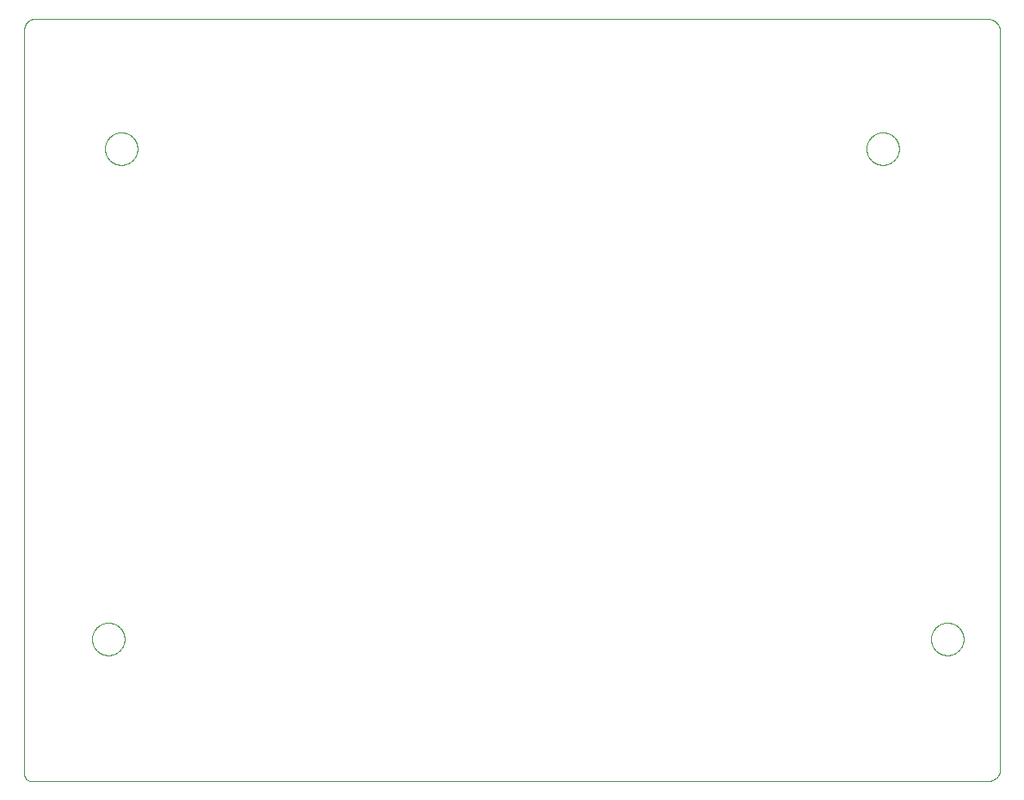
<source format=gko>
G04 EAGLE Gerber X2 export*
%TF.Part,Single*%
%TF.FileFunction,Other,outline*%
%TF.FilePolarity,Positive*%
%TF.GenerationSoftware,Autodesk,EAGLE,8.7.1*%
%TF.CreationDate,2018-03-29T20:03:01Z*%
G75*
%MOMM*%
%FSLAX34Y34*%
%LPD*%
%AMOC8*
5,1,8,0,0,1.08239X$1,22.5*%
G01*
%ADD10C,0.000000*%


D10*
X0Y739968D02*
X0Y6350D01*
X2Y6192D01*
X8Y6033D01*
X18Y5875D01*
X32Y5718D01*
X49Y5560D01*
X71Y5404D01*
X96Y5247D01*
X126Y5092D01*
X159Y4937D01*
X196Y4783D01*
X237Y4630D01*
X282Y4478D01*
X331Y4328D01*
X383Y4178D01*
X439Y4030D01*
X499Y3883D01*
X562Y3738D01*
X629Y3595D01*
X699Y3453D01*
X773Y3313D01*
X851Y3175D01*
X932Y3039D01*
X1016Y2905D01*
X1103Y2773D01*
X1194Y2643D01*
X1288Y2516D01*
X1385Y2391D01*
X1486Y2268D01*
X1589Y2148D01*
X1695Y2031D01*
X1804Y1916D01*
X1916Y1804D01*
X2031Y1695D01*
X2148Y1589D01*
X2268Y1486D01*
X2391Y1385D01*
X2516Y1288D01*
X2643Y1194D01*
X2773Y1103D01*
X2905Y1016D01*
X3039Y932D01*
X3175Y851D01*
X3313Y773D01*
X3453Y699D01*
X3595Y629D01*
X3738Y562D01*
X3883Y499D01*
X4030Y439D01*
X4178Y383D01*
X4328Y331D01*
X4478Y282D01*
X4630Y237D01*
X4783Y196D01*
X4937Y159D01*
X5092Y126D01*
X5247Y96D01*
X5404Y71D01*
X5560Y49D01*
X5718Y32D01*
X5875Y18D01*
X6033Y8D01*
X6192Y2D01*
X6350Y0D01*
X948678Y0D01*
X948952Y3D01*
X949225Y13D01*
X949498Y30D01*
X949771Y53D01*
X950043Y83D01*
X950314Y119D01*
X950584Y162D01*
X950853Y211D01*
X951121Y267D01*
X951388Y329D01*
X951652Y398D01*
X951915Y473D01*
X952177Y554D01*
X952436Y642D01*
X952693Y736D01*
X952947Y836D01*
X953200Y942D01*
X953449Y1054D01*
X953696Y1173D01*
X953940Y1297D01*
X954180Y1427D01*
X954418Y1563D01*
X954652Y1704D01*
X954883Y1851D01*
X955110Y2004D01*
X955333Y2162D01*
X955552Y2326D01*
X955768Y2495D01*
X955979Y2668D01*
X956186Y2847D01*
X956388Y3031D01*
X956587Y3220D01*
X956780Y3413D01*
X956969Y3612D01*
X957153Y3814D01*
X957332Y4021D01*
X957505Y4232D01*
X957674Y4448D01*
X957838Y4667D01*
X957996Y4890D01*
X958149Y5117D01*
X958296Y5348D01*
X958437Y5582D01*
X958573Y5820D01*
X958703Y6060D01*
X958827Y6304D01*
X958946Y6551D01*
X959058Y6800D01*
X959164Y7053D01*
X959264Y7307D01*
X959358Y7564D01*
X959446Y7823D01*
X959527Y8085D01*
X959602Y8348D01*
X959671Y8612D01*
X959733Y8879D01*
X959789Y9147D01*
X959838Y9416D01*
X959881Y9686D01*
X959917Y9957D01*
X959947Y10229D01*
X959970Y10502D01*
X959987Y10775D01*
X959997Y11048D01*
X960000Y11322D01*
X960000Y737773D01*
X959996Y738068D01*
X959986Y738364D01*
X959968Y738659D01*
X959943Y738953D01*
X959911Y739247D01*
X959872Y739540D01*
X959825Y739832D01*
X959772Y740122D01*
X959712Y740411D01*
X959645Y740699D01*
X959571Y740985D01*
X959489Y741269D01*
X959402Y741551D01*
X959307Y741831D01*
X959205Y742109D01*
X959097Y742384D01*
X958983Y742656D01*
X958861Y742925D01*
X958734Y743192D01*
X958599Y743455D01*
X958459Y743715D01*
X958312Y743972D01*
X958159Y744224D01*
X958001Y744474D01*
X957836Y744719D01*
X957665Y744960D01*
X957488Y745197D01*
X957306Y745429D01*
X957118Y745657D01*
X956925Y745881D01*
X956726Y746100D01*
X956523Y746314D01*
X956314Y746523D01*
X956100Y746726D01*
X955881Y746925D01*
X955657Y747118D01*
X955429Y747306D01*
X955197Y747488D01*
X954960Y747665D01*
X954719Y747836D01*
X954474Y748001D01*
X954224Y748159D01*
X953972Y748312D01*
X953715Y748459D01*
X953455Y748599D01*
X953192Y748734D01*
X952925Y748861D01*
X952656Y748983D01*
X952384Y749097D01*
X952109Y749205D01*
X951831Y749307D01*
X951551Y749402D01*
X951269Y749489D01*
X950985Y749571D01*
X950699Y749645D01*
X950411Y749712D01*
X950122Y749772D01*
X949832Y749825D01*
X949540Y749872D01*
X949247Y749911D01*
X948953Y749943D01*
X948659Y749968D01*
X948364Y749986D01*
X948068Y749996D01*
X947773Y750000D01*
X10032Y750000D01*
X9790Y749997D01*
X9547Y749988D01*
X9305Y749974D01*
X9064Y749953D01*
X8823Y749927D01*
X8582Y749895D01*
X8343Y749857D01*
X8105Y749813D01*
X7867Y749764D01*
X7631Y749708D01*
X7397Y749648D01*
X7163Y749581D01*
X6932Y749509D01*
X6702Y749431D01*
X6475Y749348D01*
X6249Y749259D01*
X6026Y749165D01*
X5805Y749066D01*
X5586Y748961D01*
X5370Y748851D01*
X5157Y748736D01*
X4946Y748615D01*
X4739Y748490D01*
X4534Y748359D01*
X4333Y748224D01*
X4135Y748084D01*
X3941Y747939D01*
X3750Y747790D01*
X3563Y747636D01*
X3380Y747477D01*
X3200Y747314D01*
X3025Y747147D01*
X2853Y746975D01*
X2686Y746800D01*
X2523Y746620D01*
X2364Y746437D01*
X2210Y746250D01*
X2061Y746059D01*
X1916Y745865D01*
X1776Y745667D01*
X1641Y745466D01*
X1510Y745261D01*
X1385Y745054D01*
X1264Y744843D01*
X1149Y744630D01*
X1039Y744414D01*
X934Y744195D01*
X835Y743974D01*
X741Y743751D01*
X652Y743525D01*
X569Y743298D01*
X491Y743068D01*
X419Y742837D01*
X352Y742603D01*
X292Y742369D01*
X236Y742133D01*
X187Y741895D01*
X143Y741657D01*
X105Y741418D01*
X73Y741177D01*
X47Y740936D01*
X26Y740695D01*
X12Y740453D01*
X3Y740210D01*
X0Y739968D01*
X79250Y622300D02*
X79255Y622693D01*
X79269Y623085D01*
X79293Y623477D01*
X79327Y623868D01*
X79370Y624259D01*
X79423Y624648D01*
X79486Y625035D01*
X79557Y625421D01*
X79639Y625806D01*
X79729Y626188D01*
X79830Y626567D01*
X79939Y626945D01*
X80058Y627319D01*
X80185Y627690D01*
X80322Y628058D01*
X80468Y628423D01*
X80623Y628784D01*
X80786Y629141D01*
X80958Y629494D01*
X81139Y629842D01*
X81329Y630186D01*
X81526Y630526D01*
X81732Y630860D01*
X81946Y631189D01*
X82169Y631513D01*
X82399Y631831D01*
X82636Y632144D01*
X82882Y632450D01*
X83135Y632751D01*
X83395Y633045D01*
X83662Y633333D01*
X83936Y633614D01*
X84217Y633888D01*
X84505Y634155D01*
X84799Y634415D01*
X85100Y634668D01*
X85406Y634914D01*
X85719Y635151D01*
X86037Y635381D01*
X86361Y635604D01*
X86690Y635818D01*
X87024Y636024D01*
X87364Y636221D01*
X87708Y636411D01*
X88056Y636592D01*
X88409Y636764D01*
X88766Y636927D01*
X89127Y637082D01*
X89492Y637228D01*
X89860Y637365D01*
X90231Y637492D01*
X90605Y637611D01*
X90983Y637720D01*
X91362Y637821D01*
X91744Y637911D01*
X92129Y637993D01*
X92515Y638064D01*
X92902Y638127D01*
X93291Y638180D01*
X93682Y638223D01*
X94073Y638257D01*
X94465Y638281D01*
X94857Y638295D01*
X95250Y638300D01*
X95643Y638295D01*
X96035Y638281D01*
X96427Y638257D01*
X96818Y638223D01*
X97209Y638180D01*
X97598Y638127D01*
X97985Y638064D01*
X98371Y637993D01*
X98756Y637911D01*
X99138Y637821D01*
X99517Y637720D01*
X99895Y637611D01*
X100269Y637492D01*
X100640Y637365D01*
X101008Y637228D01*
X101373Y637082D01*
X101734Y636927D01*
X102091Y636764D01*
X102444Y636592D01*
X102792Y636411D01*
X103136Y636221D01*
X103476Y636024D01*
X103810Y635818D01*
X104139Y635604D01*
X104463Y635381D01*
X104781Y635151D01*
X105094Y634914D01*
X105400Y634668D01*
X105701Y634415D01*
X105995Y634155D01*
X106283Y633888D01*
X106564Y633614D01*
X106838Y633333D01*
X107105Y633045D01*
X107365Y632751D01*
X107618Y632450D01*
X107864Y632144D01*
X108101Y631831D01*
X108331Y631513D01*
X108554Y631189D01*
X108768Y630860D01*
X108974Y630526D01*
X109171Y630186D01*
X109361Y629842D01*
X109542Y629494D01*
X109714Y629141D01*
X109877Y628784D01*
X110032Y628423D01*
X110178Y628058D01*
X110315Y627690D01*
X110442Y627319D01*
X110561Y626945D01*
X110670Y626567D01*
X110771Y626188D01*
X110861Y625806D01*
X110943Y625421D01*
X111014Y625035D01*
X111077Y624648D01*
X111130Y624259D01*
X111173Y623868D01*
X111207Y623477D01*
X111231Y623085D01*
X111245Y622693D01*
X111250Y622300D01*
X111245Y621907D01*
X111231Y621515D01*
X111207Y621123D01*
X111173Y620732D01*
X111130Y620341D01*
X111077Y619952D01*
X111014Y619565D01*
X110943Y619179D01*
X110861Y618794D01*
X110771Y618412D01*
X110670Y618033D01*
X110561Y617655D01*
X110442Y617281D01*
X110315Y616910D01*
X110178Y616542D01*
X110032Y616177D01*
X109877Y615816D01*
X109714Y615459D01*
X109542Y615106D01*
X109361Y614758D01*
X109171Y614414D01*
X108974Y614074D01*
X108768Y613740D01*
X108554Y613411D01*
X108331Y613087D01*
X108101Y612769D01*
X107864Y612456D01*
X107618Y612150D01*
X107365Y611849D01*
X107105Y611555D01*
X106838Y611267D01*
X106564Y610986D01*
X106283Y610712D01*
X105995Y610445D01*
X105701Y610185D01*
X105400Y609932D01*
X105094Y609686D01*
X104781Y609449D01*
X104463Y609219D01*
X104139Y608996D01*
X103810Y608782D01*
X103476Y608576D01*
X103136Y608379D01*
X102792Y608189D01*
X102444Y608008D01*
X102091Y607836D01*
X101734Y607673D01*
X101373Y607518D01*
X101008Y607372D01*
X100640Y607235D01*
X100269Y607108D01*
X99895Y606989D01*
X99517Y606880D01*
X99138Y606779D01*
X98756Y606689D01*
X98371Y606607D01*
X97985Y606536D01*
X97598Y606473D01*
X97209Y606420D01*
X96818Y606377D01*
X96427Y606343D01*
X96035Y606319D01*
X95643Y606305D01*
X95250Y606300D01*
X94857Y606305D01*
X94465Y606319D01*
X94073Y606343D01*
X93682Y606377D01*
X93291Y606420D01*
X92902Y606473D01*
X92515Y606536D01*
X92129Y606607D01*
X91744Y606689D01*
X91362Y606779D01*
X90983Y606880D01*
X90605Y606989D01*
X90231Y607108D01*
X89860Y607235D01*
X89492Y607372D01*
X89127Y607518D01*
X88766Y607673D01*
X88409Y607836D01*
X88056Y608008D01*
X87708Y608189D01*
X87364Y608379D01*
X87024Y608576D01*
X86690Y608782D01*
X86361Y608996D01*
X86037Y609219D01*
X85719Y609449D01*
X85406Y609686D01*
X85100Y609932D01*
X84799Y610185D01*
X84505Y610445D01*
X84217Y610712D01*
X83936Y610986D01*
X83662Y611267D01*
X83395Y611555D01*
X83135Y611849D01*
X82882Y612150D01*
X82636Y612456D01*
X82399Y612769D01*
X82169Y613087D01*
X81946Y613411D01*
X81732Y613740D01*
X81526Y614074D01*
X81329Y614414D01*
X81139Y614758D01*
X80958Y615106D01*
X80786Y615459D01*
X80623Y615816D01*
X80468Y616177D01*
X80322Y616542D01*
X80185Y616910D01*
X80058Y617281D01*
X79939Y617655D01*
X79830Y618033D01*
X79729Y618412D01*
X79639Y618794D01*
X79557Y619179D01*
X79486Y619565D01*
X79423Y619952D01*
X79370Y620341D01*
X79327Y620732D01*
X79293Y621123D01*
X79269Y621515D01*
X79255Y621907D01*
X79250Y622300D01*
X66550Y139700D02*
X66555Y140093D01*
X66569Y140485D01*
X66593Y140877D01*
X66627Y141268D01*
X66670Y141659D01*
X66723Y142048D01*
X66786Y142435D01*
X66857Y142821D01*
X66939Y143206D01*
X67029Y143588D01*
X67130Y143967D01*
X67239Y144345D01*
X67358Y144719D01*
X67485Y145090D01*
X67622Y145458D01*
X67768Y145823D01*
X67923Y146184D01*
X68086Y146541D01*
X68258Y146894D01*
X68439Y147242D01*
X68629Y147586D01*
X68826Y147926D01*
X69032Y148260D01*
X69246Y148589D01*
X69469Y148913D01*
X69699Y149231D01*
X69936Y149544D01*
X70182Y149850D01*
X70435Y150151D01*
X70695Y150445D01*
X70962Y150733D01*
X71236Y151014D01*
X71517Y151288D01*
X71805Y151555D01*
X72099Y151815D01*
X72400Y152068D01*
X72706Y152314D01*
X73019Y152551D01*
X73337Y152781D01*
X73661Y153004D01*
X73990Y153218D01*
X74324Y153424D01*
X74664Y153621D01*
X75008Y153811D01*
X75356Y153992D01*
X75709Y154164D01*
X76066Y154327D01*
X76427Y154482D01*
X76792Y154628D01*
X77160Y154765D01*
X77531Y154892D01*
X77905Y155011D01*
X78283Y155120D01*
X78662Y155221D01*
X79044Y155311D01*
X79429Y155393D01*
X79815Y155464D01*
X80202Y155527D01*
X80591Y155580D01*
X80982Y155623D01*
X81373Y155657D01*
X81765Y155681D01*
X82157Y155695D01*
X82550Y155700D01*
X82943Y155695D01*
X83335Y155681D01*
X83727Y155657D01*
X84118Y155623D01*
X84509Y155580D01*
X84898Y155527D01*
X85285Y155464D01*
X85671Y155393D01*
X86056Y155311D01*
X86438Y155221D01*
X86817Y155120D01*
X87195Y155011D01*
X87569Y154892D01*
X87940Y154765D01*
X88308Y154628D01*
X88673Y154482D01*
X89034Y154327D01*
X89391Y154164D01*
X89744Y153992D01*
X90092Y153811D01*
X90436Y153621D01*
X90776Y153424D01*
X91110Y153218D01*
X91439Y153004D01*
X91763Y152781D01*
X92081Y152551D01*
X92394Y152314D01*
X92700Y152068D01*
X93001Y151815D01*
X93295Y151555D01*
X93583Y151288D01*
X93864Y151014D01*
X94138Y150733D01*
X94405Y150445D01*
X94665Y150151D01*
X94918Y149850D01*
X95164Y149544D01*
X95401Y149231D01*
X95631Y148913D01*
X95854Y148589D01*
X96068Y148260D01*
X96274Y147926D01*
X96471Y147586D01*
X96661Y147242D01*
X96842Y146894D01*
X97014Y146541D01*
X97177Y146184D01*
X97332Y145823D01*
X97478Y145458D01*
X97615Y145090D01*
X97742Y144719D01*
X97861Y144345D01*
X97970Y143967D01*
X98071Y143588D01*
X98161Y143206D01*
X98243Y142821D01*
X98314Y142435D01*
X98377Y142048D01*
X98430Y141659D01*
X98473Y141268D01*
X98507Y140877D01*
X98531Y140485D01*
X98545Y140093D01*
X98550Y139700D01*
X98545Y139307D01*
X98531Y138915D01*
X98507Y138523D01*
X98473Y138132D01*
X98430Y137741D01*
X98377Y137352D01*
X98314Y136965D01*
X98243Y136579D01*
X98161Y136194D01*
X98071Y135812D01*
X97970Y135433D01*
X97861Y135055D01*
X97742Y134681D01*
X97615Y134310D01*
X97478Y133942D01*
X97332Y133577D01*
X97177Y133216D01*
X97014Y132859D01*
X96842Y132506D01*
X96661Y132158D01*
X96471Y131814D01*
X96274Y131474D01*
X96068Y131140D01*
X95854Y130811D01*
X95631Y130487D01*
X95401Y130169D01*
X95164Y129856D01*
X94918Y129550D01*
X94665Y129249D01*
X94405Y128955D01*
X94138Y128667D01*
X93864Y128386D01*
X93583Y128112D01*
X93295Y127845D01*
X93001Y127585D01*
X92700Y127332D01*
X92394Y127086D01*
X92081Y126849D01*
X91763Y126619D01*
X91439Y126396D01*
X91110Y126182D01*
X90776Y125976D01*
X90436Y125779D01*
X90092Y125589D01*
X89744Y125408D01*
X89391Y125236D01*
X89034Y125073D01*
X88673Y124918D01*
X88308Y124772D01*
X87940Y124635D01*
X87569Y124508D01*
X87195Y124389D01*
X86817Y124280D01*
X86438Y124179D01*
X86056Y124089D01*
X85671Y124007D01*
X85285Y123936D01*
X84898Y123873D01*
X84509Y123820D01*
X84118Y123777D01*
X83727Y123743D01*
X83335Y123719D01*
X82943Y123705D01*
X82550Y123700D01*
X82157Y123705D01*
X81765Y123719D01*
X81373Y123743D01*
X80982Y123777D01*
X80591Y123820D01*
X80202Y123873D01*
X79815Y123936D01*
X79429Y124007D01*
X79044Y124089D01*
X78662Y124179D01*
X78283Y124280D01*
X77905Y124389D01*
X77531Y124508D01*
X77160Y124635D01*
X76792Y124772D01*
X76427Y124918D01*
X76066Y125073D01*
X75709Y125236D01*
X75356Y125408D01*
X75008Y125589D01*
X74664Y125779D01*
X74324Y125976D01*
X73990Y126182D01*
X73661Y126396D01*
X73337Y126619D01*
X73019Y126849D01*
X72706Y127086D01*
X72400Y127332D01*
X72099Y127585D01*
X71805Y127845D01*
X71517Y128112D01*
X71236Y128386D01*
X70962Y128667D01*
X70695Y128955D01*
X70435Y129249D01*
X70182Y129550D01*
X69936Y129856D01*
X69699Y130169D01*
X69469Y130487D01*
X69246Y130811D01*
X69032Y131140D01*
X68826Y131474D01*
X68629Y131814D01*
X68439Y132158D01*
X68258Y132506D01*
X68086Y132859D01*
X67923Y133216D01*
X67768Y133577D01*
X67622Y133942D01*
X67485Y134310D01*
X67358Y134681D01*
X67239Y135055D01*
X67130Y135433D01*
X67029Y135812D01*
X66939Y136194D01*
X66857Y136579D01*
X66786Y136965D01*
X66723Y137352D01*
X66670Y137741D01*
X66627Y138132D01*
X66593Y138523D01*
X66569Y138915D01*
X66555Y139307D01*
X66550Y139700D01*
X828550Y622300D02*
X828555Y622693D01*
X828569Y623085D01*
X828593Y623477D01*
X828627Y623868D01*
X828670Y624259D01*
X828723Y624648D01*
X828786Y625035D01*
X828857Y625421D01*
X828939Y625806D01*
X829029Y626188D01*
X829130Y626567D01*
X829239Y626945D01*
X829358Y627319D01*
X829485Y627690D01*
X829622Y628058D01*
X829768Y628423D01*
X829923Y628784D01*
X830086Y629141D01*
X830258Y629494D01*
X830439Y629842D01*
X830629Y630186D01*
X830826Y630526D01*
X831032Y630860D01*
X831246Y631189D01*
X831469Y631513D01*
X831699Y631831D01*
X831936Y632144D01*
X832182Y632450D01*
X832435Y632751D01*
X832695Y633045D01*
X832962Y633333D01*
X833236Y633614D01*
X833517Y633888D01*
X833805Y634155D01*
X834099Y634415D01*
X834400Y634668D01*
X834706Y634914D01*
X835019Y635151D01*
X835337Y635381D01*
X835661Y635604D01*
X835990Y635818D01*
X836324Y636024D01*
X836664Y636221D01*
X837008Y636411D01*
X837356Y636592D01*
X837709Y636764D01*
X838066Y636927D01*
X838427Y637082D01*
X838792Y637228D01*
X839160Y637365D01*
X839531Y637492D01*
X839905Y637611D01*
X840283Y637720D01*
X840662Y637821D01*
X841044Y637911D01*
X841429Y637993D01*
X841815Y638064D01*
X842202Y638127D01*
X842591Y638180D01*
X842982Y638223D01*
X843373Y638257D01*
X843765Y638281D01*
X844157Y638295D01*
X844550Y638300D01*
X844943Y638295D01*
X845335Y638281D01*
X845727Y638257D01*
X846118Y638223D01*
X846509Y638180D01*
X846898Y638127D01*
X847285Y638064D01*
X847671Y637993D01*
X848056Y637911D01*
X848438Y637821D01*
X848817Y637720D01*
X849195Y637611D01*
X849569Y637492D01*
X849940Y637365D01*
X850308Y637228D01*
X850673Y637082D01*
X851034Y636927D01*
X851391Y636764D01*
X851744Y636592D01*
X852092Y636411D01*
X852436Y636221D01*
X852776Y636024D01*
X853110Y635818D01*
X853439Y635604D01*
X853763Y635381D01*
X854081Y635151D01*
X854394Y634914D01*
X854700Y634668D01*
X855001Y634415D01*
X855295Y634155D01*
X855583Y633888D01*
X855864Y633614D01*
X856138Y633333D01*
X856405Y633045D01*
X856665Y632751D01*
X856918Y632450D01*
X857164Y632144D01*
X857401Y631831D01*
X857631Y631513D01*
X857854Y631189D01*
X858068Y630860D01*
X858274Y630526D01*
X858471Y630186D01*
X858661Y629842D01*
X858842Y629494D01*
X859014Y629141D01*
X859177Y628784D01*
X859332Y628423D01*
X859478Y628058D01*
X859615Y627690D01*
X859742Y627319D01*
X859861Y626945D01*
X859970Y626567D01*
X860071Y626188D01*
X860161Y625806D01*
X860243Y625421D01*
X860314Y625035D01*
X860377Y624648D01*
X860430Y624259D01*
X860473Y623868D01*
X860507Y623477D01*
X860531Y623085D01*
X860545Y622693D01*
X860550Y622300D01*
X860545Y621907D01*
X860531Y621515D01*
X860507Y621123D01*
X860473Y620732D01*
X860430Y620341D01*
X860377Y619952D01*
X860314Y619565D01*
X860243Y619179D01*
X860161Y618794D01*
X860071Y618412D01*
X859970Y618033D01*
X859861Y617655D01*
X859742Y617281D01*
X859615Y616910D01*
X859478Y616542D01*
X859332Y616177D01*
X859177Y615816D01*
X859014Y615459D01*
X858842Y615106D01*
X858661Y614758D01*
X858471Y614414D01*
X858274Y614074D01*
X858068Y613740D01*
X857854Y613411D01*
X857631Y613087D01*
X857401Y612769D01*
X857164Y612456D01*
X856918Y612150D01*
X856665Y611849D01*
X856405Y611555D01*
X856138Y611267D01*
X855864Y610986D01*
X855583Y610712D01*
X855295Y610445D01*
X855001Y610185D01*
X854700Y609932D01*
X854394Y609686D01*
X854081Y609449D01*
X853763Y609219D01*
X853439Y608996D01*
X853110Y608782D01*
X852776Y608576D01*
X852436Y608379D01*
X852092Y608189D01*
X851744Y608008D01*
X851391Y607836D01*
X851034Y607673D01*
X850673Y607518D01*
X850308Y607372D01*
X849940Y607235D01*
X849569Y607108D01*
X849195Y606989D01*
X848817Y606880D01*
X848438Y606779D01*
X848056Y606689D01*
X847671Y606607D01*
X847285Y606536D01*
X846898Y606473D01*
X846509Y606420D01*
X846118Y606377D01*
X845727Y606343D01*
X845335Y606319D01*
X844943Y606305D01*
X844550Y606300D01*
X844157Y606305D01*
X843765Y606319D01*
X843373Y606343D01*
X842982Y606377D01*
X842591Y606420D01*
X842202Y606473D01*
X841815Y606536D01*
X841429Y606607D01*
X841044Y606689D01*
X840662Y606779D01*
X840283Y606880D01*
X839905Y606989D01*
X839531Y607108D01*
X839160Y607235D01*
X838792Y607372D01*
X838427Y607518D01*
X838066Y607673D01*
X837709Y607836D01*
X837356Y608008D01*
X837008Y608189D01*
X836664Y608379D01*
X836324Y608576D01*
X835990Y608782D01*
X835661Y608996D01*
X835337Y609219D01*
X835019Y609449D01*
X834706Y609686D01*
X834400Y609932D01*
X834099Y610185D01*
X833805Y610445D01*
X833517Y610712D01*
X833236Y610986D01*
X832962Y611267D01*
X832695Y611555D01*
X832435Y611849D01*
X832182Y612150D01*
X831936Y612456D01*
X831699Y612769D01*
X831469Y613087D01*
X831246Y613411D01*
X831032Y613740D01*
X830826Y614074D01*
X830629Y614414D01*
X830439Y614758D01*
X830258Y615106D01*
X830086Y615459D01*
X829923Y615816D01*
X829768Y616177D01*
X829622Y616542D01*
X829485Y616910D01*
X829358Y617281D01*
X829239Y617655D01*
X829130Y618033D01*
X829029Y618412D01*
X828939Y618794D01*
X828857Y619179D01*
X828786Y619565D01*
X828723Y619952D01*
X828670Y620341D01*
X828627Y620732D01*
X828593Y621123D01*
X828569Y621515D01*
X828555Y621907D01*
X828550Y622300D01*
X892050Y139700D02*
X892055Y140093D01*
X892069Y140485D01*
X892093Y140877D01*
X892127Y141268D01*
X892170Y141659D01*
X892223Y142048D01*
X892286Y142435D01*
X892357Y142821D01*
X892439Y143206D01*
X892529Y143588D01*
X892630Y143967D01*
X892739Y144345D01*
X892858Y144719D01*
X892985Y145090D01*
X893122Y145458D01*
X893268Y145823D01*
X893423Y146184D01*
X893586Y146541D01*
X893758Y146894D01*
X893939Y147242D01*
X894129Y147586D01*
X894326Y147926D01*
X894532Y148260D01*
X894746Y148589D01*
X894969Y148913D01*
X895199Y149231D01*
X895436Y149544D01*
X895682Y149850D01*
X895935Y150151D01*
X896195Y150445D01*
X896462Y150733D01*
X896736Y151014D01*
X897017Y151288D01*
X897305Y151555D01*
X897599Y151815D01*
X897900Y152068D01*
X898206Y152314D01*
X898519Y152551D01*
X898837Y152781D01*
X899161Y153004D01*
X899490Y153218D01*
X899824Y153424D01*
X900164Y153621D01*
X900508Y153811D01*
X900856Y153992D01*
X901209Y154164D01*
X901566Y154327D01*
X901927Y154482D01*
X902292Y154628D01*
X902660Y154765D01*
X903031Y154892D01*
X903405Y155011D01*
X903783Y155120D01*
X904162Y155221D01*
X904544Y155311D01*
X904929Y155393D01*
X905315Y155464D01*
X905702Y155527D01*
X906091Y155580D01*
X906482Y155623D01*
X906873Y155657D01*
X907265Y155681D01*
X907657Y155695D01*
X908050Y155700D01*
X908443Y155695D01*
X908835Y155681D01*
X909227Y155657D01*
X909618Y155623D01*
X910009Y155580D01*
X910398Y155527D01*
X910785Y155464D01*
X911171Y155393D01*
X911556Y155311D01*
X911938Y155221D01*
X912317Y155120D01*
X912695Y155011D01*
X913069Y154892D01*
X913440Y154765D01*
X913808Y154628D01*
X914173Y154482D01*
X914534Y154327D01*
X914891Y154164D01*
X915244Y153992D01*
X915592Y153811D01*
X915936Y153621D01*
X916276Y153424D01*
X916610Y153218D01*
X916939Y153004D01*
X917263Y152781D01*
X917581Y152551D01*
X917894Y152314D01*
X918200Y152068D01*
X918501Y151815D01*
X918795Y151555D01*
X919083Y151288D01*
X919364Y151014D01*
X919638Y150733D01*
X919905Y150445D01*
X920165Y150151D01*
X920418Y149850D01*
X920664Y149544D01*
X920901Y149231D01*
X921131Y148913D01*
X921354Y148589D01*
X921568Y148260D01*
X921774Y147926D01*
X921971Y147586D01*
X922161Y147242D01*
X922342Y146894D01*
X922514Y146541D01*
X922677Y146184D01*
X922832Y145823D01*
X922978Y145458D01*
X923115Y145090D01*
X923242Y144719D01*
X923361Y144345D01*
X923470Y143967D01*
X923571Y143588D01*
X923661Y143206D01*
X923743Y142821D01*
X923814Y142435D01*
X923877Y142048D01*
X923930Y141659D01*
X923973Y141268D01*
X924007Y140877D01*
X924031Y140485D01*
X924045Y140093D01*
X924050Y139700D01*
X924045Y139307D01*
X924031Y138915D01*
X924007Y138523D01*
X923973Y138132D01*
X923930Y137741D01*
X923877Y137352D01*
X923814Y136965D01*
X923743Y136579D01*
X923661Y136194D01*
X923571Y135812D01*
X923470Y135433D01*
X923361Y135055D01*
X923242Y134681D01*
X923115Y134310D01*
X922978Y133942D01*
X922832Y133577D01*
X922677Y133216D01*
X922514Y132859D01*
X922342Y132506D01*
X922161Y132158D01*
X921971Y131814D01*
X921774Y131474D01*
X921568Y131140D01*
X921354Y130811D01*
X921131Y130487D01*
X920901Y130169D01*
X920664Y129856D01*
X920418Y129550D01*
X920165Y129249D01*
X919905Y128955D01*
X919638Y128667D01*
X919364Y128386D01*
X919083Y128112D01*
X918795Y127845D01*
X918501Y127585D01*
X918200Y127332D01*
X917894Y127086D01*
X917581Y126849D01*
X917263Y126619D01*
X916939Y126396D01*
X916610Y126182D01*
X916276Y125976D01*
X915936Y125779D01*
X915592Y125589D01*
X915244Y125408D01*
X914891Y125236D01*
X914534Y125073D01*
X914173Y124918D01*
X913808Y124772D01*
X913440Y124635D01*
X913069Y124508D01*
X912695Y124389D01*
X912317Y124280D01*
X911938Y124179D01*
X911556Y124089D01*
X911171Y124007D01*
X910785Y123936D01*
X910398Y123873D01*
X910009Y123820D01*
X909618Y123777D01*
X909227Y123743D01*
X908835Y123719D01*
X908443Y123705D01*
X908050Y123700D01*
X907657Y123705D01*
X907265Y123719D01*
X906873Y123743D01*
X906482Y123777D01*
X906091Y123820D01*
X905702Y123873D01*
X905315Y123936D01*
X904929Y124007D01*
X904544Y124089D01*
X904162Y124179D01*
X903783Y124280D01*
X903405Y124389D01*
X903031Y124508D01*
X902660Y124635D01*
X902292Y124772D01*
X901927Y124918D01*
X901566Y125073D01*
X901209Y125236D01*
X900856Y125408D01*
X900508Y125589D01*
X900164Y125779D01*
X899824Y125976D01*
X899490Y126182D01*
X899161Y126396D01*
X898837Y126619D01*
X898519Y126849D01*
X898206Y127086D01*
X897900Y127332D01*
X897599Y127585D01*
X897305Y127845D01*
X897017Y128112D01*
X896736Y128386D01*
X896462Y128667D01*
X896195Y128955D01*
X895935Y129249D01*
X895682Y129550D01*
X895436Y129856D01*
X895199Y130169D01*
X894969Y130487D01*
X894746Y130811D01*
X894532Y131140D01*
X894326Y131474D01*
X894129Y131814D01*
X893939Y132158D01*
X893758Y132506D01*
X893586Y132859D01*
X893423Y133216D01*
X893268Y133577D01*
X893122Y133942D01*
X892985Y134310D01*
X892858Y134681D01*
X892739Y135055D01*
X892630Y135433D01*
X892529Y135812D01*
X892439Y136194D01*
X892357Y136579D01*
X892286Y136965D01*
X892223Y137352D01*
X892170Y137741D01*
X892127Y138132D01*
X892093Y138523D01*
X892069Y138915D01*
X892055Y139307D01*
X892050Y139700D01*
M02*

</source>
